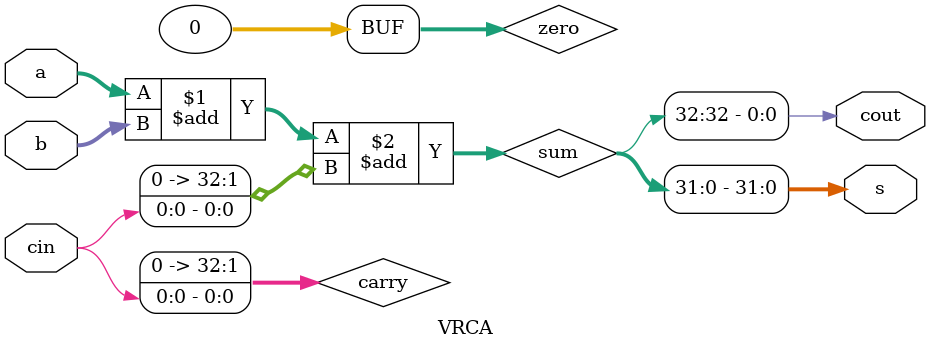
<source format=v>
module VRCA 
    #(
        parameter width = 32
    ) (
        input  [width-1:0] a,
        input  [width-1:0] b,
        input              cin,
        output [width-1:0] s,
        output             cout
    );

    wire [width-1:0] zero;
    wire [width  :0] carry;
    wire [width  :0] sum;

    assign zero  = 0;
    assign carry = {zero, cin};
    assign sum   = a + b + carry;

    assign s    = sum[width-1:0];
    assign cout = sum[width];
endmodule

</source>
